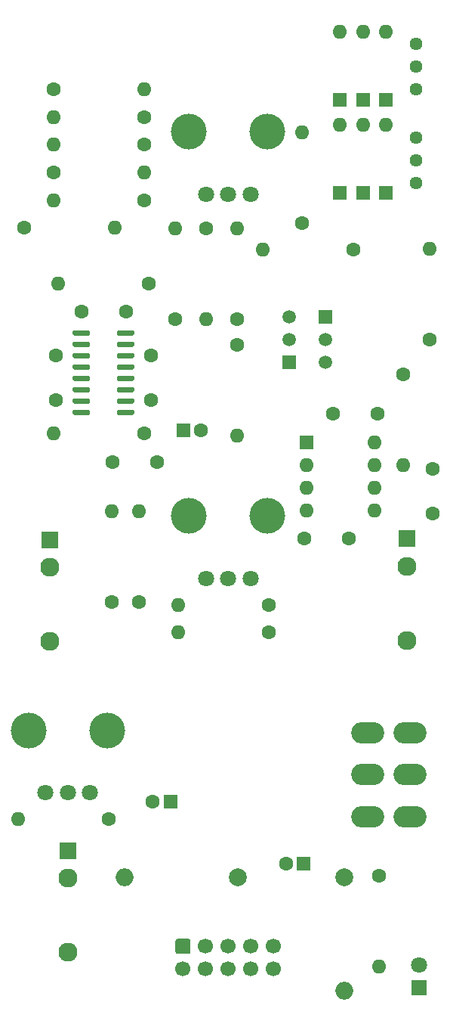
<source format=gbs>
G04 #@! TF.GenerationSoftware,KiCad,Pcbnew,7.0.11-7.0.11~ubuntu22.04.1*
G04 #@! TF.CreationDate,2024-10-19T21:35:02+01:00*
G04 #@! TF.ProjectId,MS20-VCF,4d533230-2d56-4434-962e-6b696361645f,rev?*
G04 #@! TF.SameCoordinates,Original*
G04 #@! TF.FileFunction,Soldermask,Bot*
G04 #@! TF.FilePolarity,Negative*
%FSLAX46Y46*%
G04 Gerber Fmt 4.6, Leading zero omitted, Abs format (unit mm)*
G04 Created by KiCad (PCBNEW 7.0.11-7.0.11~ubuntu22.04.1) date 2024-10-19 21:35:02*
%MOMM*%
%LPD*%
G01*
G04 APERTURE LIST*
%ADD10C,1.600000*%
%ADD11C,4.000000*%
%ADD12C,1.800000*%
%ADD13R,1.600000X1.600000*%
%ADD14O,1.600000X1.600000*%
%ADD15R,1.930000X1.830000*%
%ADD16C,2.130000*%
%ADD17R,1.500000X1.500000*%
%ADD18C,1.500000*%
%ADD19O,3.700000X2.400000*%
%ADD20R,1.800000X1.800000*%
%ADD21C,2.000000*%
%ADD22O,2.000000X2.000000*%
%ADD23C,1.700000*%
%ADD24C,1.440000*%
G04 APERTURE END LIST*
D10*
X82900000Y-86800000D03*
X82900000Y-91800000D03*
D11*
X46400000Y-116050000D03*
X37600000Y-116050000D03*
D12*
X44500000Y-123050000D03*
X42000000Y-123050000D03*
X39500000Y-123050000D03*
D11*
X55600000Y-49050000D03*
X64400000Y-49050000D03*
D12*
X62500000Y-56050000D03*
X60000000Y-56050000D03*
X57500000Y-56050000D03*
D13*
X77700000Y-45460000D03*
D14*
X77700000Y-37840000D03*
D13*
X77700000Y-55860000D03*
D14*
X77700000Y-48240000D03*
D13*
X75100000Y-45460000D03*
D14*
X75100000Y-37840000D03*
D13*
X75100000Y-55860000D03*
D14*
X75100000Y-48240000D03*
D13*
X72500000Y-45460000D03*
D14*
X72500000Y-37840000D03*
D13*
X72500000Y-55860000D03*
D14*
X72500000Y-48240000D03*
D15*
X42000000Y-129500000D03*
D16*
X42000000Y-140900000D03*
X42000000Y-132600000D03*
D15*
X40000000Y-94720000D03*
D16*
X40000000Y-106120000D03*
X40000000Y-97820000D03*
D15*
X80000000Y-94600000D03*
D16*
X80000000Y-106000000D03*
X80000000Y-97700000D03*
D17*
X66800000Y-74840000D03*
D18*
X66800000Y-72300000D03*
X66800000Y-69760000D03*
D17*
X70900000Y-69760000D03*
D18*
X70900000Y-72300000D03*
X70900000Y-74840000D03*
D10*
X57500000Y-59840000D03*
D14*
X57500000Y-70000000D03*
D10*
X50000000Y-101660000D03*
D14*
X50000000Y-91500000D03*
D10*
X50560000Y-82800000D03*
D14*
X40400000Y-82800000D03*
D10*
X54000000Y-70000000D03*
D14*
X54000000Y-59840000D03*
D10*
X61000000Y-70000000D03*
D14*
X61000000Y-59840000D03*
D10*
X73980000Y-62200000D03*
D14*
X63820000Y-62200000D03*
D10*
X51080000Y-66000000D03*
D14*
X40920000Y-66000000D03*
D10*
X50560000Y-50500000D03*
D14*
X40400000Y-50500000D03*
D10*
X50560000Y-56700000D03*
D14*
X40400000Y-56700000D03*
D10*
X46580000Y-126000000D03*
D14*
X36420000Y-126000000D03*
D10*
X68300000Y-59300000D03*
D14*
X68300000Y-49140000D03*
D10*
X40400000Y-53600000D03*
D14*
X50560000Y-53600000D03*
D10*
X50560000Y-47400000D03*
D14*
X40400000Y-47400000D03*
D10*
X40400000Y-44300000D03*
D14*
X50560000Y-44300000D03*
D10*
X82600000Y-72280000D03*
D14*
X82600000Y-62120000D03*
D10*
X64580000Y-105100000D03*
D14*
X54420000Y-105100000D03*
D10*
X64580000Y-102000000D03*
D14*
X54420000Y-102000000D03*
D11*
X64400000Y-92050000D03*
X55600000Y-92050000D03*
D12*
X62500000Y-99050000D03*
X60000000Y-99050000D03*
X57500000Y-99050000D03*
D19*
X75600000Y-116300000D03*
X75600000Y-121000000D03*
X75600000Y-125700000D03*
X80400000Y-116300000D03*
X80400000Y-121000000D03*
X80400000Y-125700000D03*
D10*
X79600000Y-76220000D03*
D14*
X79600000Y-86380000D03*
D13*
X68800000Y-83800000D03*
D14*
X68800000Y-86340000D03*
X68800000Y-88880000D03*
X68800000Y-91420000D03*
X76420000Y-91420000D03*
X76420000Y-88880000D03*
X76420000Y-86340000D03*
X76420000Y-83800000D03*
D10*
X43500000Y-69200000D03*
X48500000Y-69200000D03*
X46900000Y-101660000D03*
D14*
X46900000Y-91500000D03*
D10*
X37100000Y-59800000D03*
D14*
X47260000Y-59800000D03*
D10*
X61000000Y-72920000D03*
D14*
X61000000Y-83080000D03*
D10*
X76700000Y-80600000D03*
X71700000Y-80600000D03*
X73500000Y-94600000D03*
X68500000Y-94600000D03*
D13*
X68455112Y-131000000D03*
D10*
X66455112Y-131000000D03*
D13*
X53500000Y-124000000D03*
D10*
X51500000Y-124000000D03*
D13*
X54944888Y-82500000D03*
D10*
X56944888Y-82500000D03*
D20*
X81400000Y-144875000D03*
D12*
X81400000Y-142335000D03*
D21*
X61050000Y-132500000D03*
D22*
X48350000Y-132500000D03*
G36*
G01*
X54325000Y-139397500D02*
X55525000Y-139397500D01*
G75*
G02*
X55775000Y-139647500I0J-250000D01*
G01*
X55775000Y-140847500D01*
G75*
G02*
X55525000Y-141097500I-250000J0D01*
G01*
X54325000Y-141097500D01*
G75*
G02*
X54075000Y-140847500I0J250000D01*
G01*
X54075000Y-139647500D01*
G75*
G02*
X54325000Y-139397500I250000J0D01*
G01*
G37*
D23*
X54925000Y-142787500D03*
X57465000Y-140247500D03*
X57465000Y-142787500D03*
X60005000Y-140247500D03*
X60005000Y-142787500D03*
X62545000Y-140247500D03*
X62545000Y-142787500D03*
X65085000Y-140247500D03*
X65085000Y-142787500D03*
D24*
X81030000Y-44240000D03*
X81030000Y-41700000D03*
X81030000Y-39160000D03*
X81030000Y-54780000D03*
X81030000Y-52240000D03*
X81030000Y-49700000D03*
D10*
X76900000Y-132320000D03*
D14*
X76900000Y-142480000D03*
D21*
X73000000Y-132500000D03*
D22*
X73000000Y-145200000D03*
G36*
G01*
X42550000Y-80595000D02*
X42550000Y-80295000D01*
G75*
G02*
X42700000Y-80145000I150000J0D01*
G01*
X44350000Y-80145000D01*
G75*
G02*
X44500000Y-80295000I0J-150000D01*
G01*
X44500000Y-80595000D01*
G75*
G02*
X44350000Y-80745000I-150000J0D01*
G01*
X42700000Y-80745000D01*
G75*
G02*
X42550000Y-80595000I0J150000D01*
G01*
G37*
G36*
G01*
X42550000Y-79325000D02*
X42550000Y-79025000D01*
G75*
G02*
X42700000Y-78875000I150000J0D01*
G01*
X44350000Y-78875000D01*
G75*
G02*
X44500000Y-79025000I0J-150000D01*
G01*
X44500000Y-79325000D01*
G75*
G02*
X44350000Y-79475000I-150000J0D01*
G01*
X42700000Y-79475000D01*
G75*
G02*
X42550000Y-79325000I0J150000D01*
G01*
G37*
G36*
G01*
X42550000Y-78055000D02*
X42550000Y-77755000D01*
G75*
G02*
X42700000Y-77605000I150000J0D01*
G01*
X44350000Y-77605000D01*
G75*
G02*
X44500000Y-77755000I0J-150000D01*
G01*
X44500000Y-78055000D01*
G75*
G02*
X44350000Y-78205000I-150000J0D01*
G01*
X42700000Y-78205000D01*
G75*
G02*
X42550000Y-78055000I0J150000D01*
G01*
G37*
G36*
G01*
X42550000Y-76785000D02*
X42550000Y-76485000D01*
G75*
G02*
X42700000Y-76335000I150000J0D01*
G01*
X44350000Y-76335000D01*
G75*
G02*
X44500000Y-76485000I0J-150000D01*
G01*
X44500000Y-76785000D01*
G75*
G02*
X44350000Y-76935000I-150000J0D01*
G01*
X42700000Y-76935000D01*
G75*
G02*
X42550000Y-76785000I0J150000D01*
G01*
G37*
G36*
G01*
X42550000Y-75515000D02*
X42550000Y-75215000D01*
G75*
G02*
X42700000Y-75065000I150000J0D01*
G01*
X44350000Y-75065000D01*
G75*
G02*
X44500000Y-75215000I0J-150000D01*
G01*
X44500000Y-75515000D01*
G75*
G02*
X44350000Y-75665000I-150000J0D01*
G01*
X42700000Y-75665000D01*
G75*
G02*
X42550000Y-75515000I0J150000D01*
G01*
G37*
G36*
G01*
X42550000Y-74245000D02*
X42550000Y-73945000D01*
G75*
G02*
X42700000Y-73795000I150000J0D01*
G01*
X44350000Y-73795000D01*
G75*
G02*
X44500000Y-73945000I0J-150000D01*
G01*
X44500000Y-74245000D01*
G75*
G02*
X44350000Y-74395000I-150000J0D01*
G01*
X42700000Y-74395000D01*
G75*
G02*
X42550000Y-74245000I0J150000D01*
G01*
G37*
G36*
G01*
X42550000Y-72975000D02*
X42550000Y-72675000D01*
G75*
G02*
X42700000Y-72525000I150000J0D01*
G01*
X44350000Y-72525000D01*
G75*
G02*
X44500000Y-72675000I0J-150000D01*
G01*
X44500000Y-72975000D01*
G75*
G02*
X44350000Y-73125000I-150000J0D01*
G01*
X42700000Y-73125000D01*
G75*
G02*
X42550000Y-72975000I0J150000D01*
G01*
G37*
G36*
G01*
X42550000Y-71705000D02*
X42550000Y-71405000D01*
G75*
G02*
X42700000Y-71255000I150000J0D01*
G01*
X44350000Y-71255000D01*
G75*
G02*
X44500000Y-71405000I0J-150000D01*
G01*
X44500000Y-71705000D01*
G75*
G02*
X44350000Y-71855000I-150000J0D01*
G01*
X42700000Y-71855000D01*
G75*
G02*
X42550000Y-71705000I0J150000D01*
G01*
G37*
G36*
G01*
X47500000Y-71705000D02*
X47500000Y-71405000D01*
G75*
G02*
X47650000Y-71255000I150000J0D01*
G01*
X49300000Y-71255000D01*
G75*
G02*
X49450000Y-71405000I0J-150000D01*
G01*
X49450000Y-71705000D01*
G75*
G02*
X49300000Y-71855000I-150000J0D01*
G01*
X47650000Y-71855000D01*
G75*
G02*
X47500000Y-71705000I0J150000D01*
G01*
G37*
G36*
G01*
X47500000Y-72975000D02*
X47500000Y-72675000D01*
G75*
G02*
X47650000Y-72525000I150000J0D01*
G01*
X49300000Y-72525000D01*
G75*
G02*
X49450000Y-72675000I0J-150000D01*
G01*
X49450000Y-72975000D01*
G75*
G02*
X49300000Y-73125000I-150000J0D01*
G01*
X47650000Y-73125000D01*
G75*
G02*
X47500000Y-72975000I0J150000D01*
G01*
G37*
G36*
G01*
X47500000Y-74245000D02*
X47500000Y-73945000D01*
G75*
G02*
X47650000Y-73795000I150000J0D01*
G01*
X49300000Y-73795000D01*
G75*
G02*
X49450000Y-73945000I0J-150000D01*
G01*
X49450000Y-74245000D01*
G75*
G02*
X49300000Y-74395000I-150000J0D01*
G01*
X47650000Y-74395000D01*
G75*
G02*
X47500000Y-74245000I0J150000D01*
G01*
G37*
G36*
G01*
X47500000Y-75515000D02*
X47500000Y-75215000D01*
G75*
G02*
X47650000Y-75065000I150000J0D01*
G01*
X49300000Y-75065000D01*
G75*
G02*
X49450000Y-75215000I0J-150000D01*
G01*
X49450000Y-75515000D01*
G75*
G02*
X49300000Y-75665000I-150000J0D01*
G01*
X47650000Y-75665000D01*
G75*
G02*
X47500000Y-75515000I0J150000D01*
G01*
G37*
G36*
G01*
X47500000Y-76785000D02*
X47500000Y-76485000D01*
G75*
G02*
X47650000Y-76335000I150000J0D01*
G01*
X49300000Y-76335000D01*
G75*
G02*
X49450000Y-76485000I0J-150000D01*
G01*
X49450000Y-76785000D01*
G75*
G02*
X49300000Y-76935000I-150000J0D01*
G01*
X47650000Y-76935000D01*
G75*
G02*
X47500000Y-76785000I0J150000D01*
G01*
G37*
G36*
G01*
X47500000Y-78055000D02*
X47500000Y-77755000D01*
G75*
G02*
X47650000Y-77605000I150000J0D01*
G01*
X49300000Y-77605000D01*
G75*
G02*
X49450000Y-77755000I0J-150000D01*
G01*
X49450000Y-78055000D01*
G75*
G02*
X49300000Y-78205000I-150000J0D01*
G01*
X47650000Y-78205000D01*
G75*
G02*
X47500000Y-78055000I0J150000D01*
G01*
G37*
G36*
G01*
X47500000Y-79325000D02*
X47500000Y-79025000D01*
G75*
G02*
X47650000Y-78875000I150000J0D01*
G01*
X49300000Y-78875000D01*
G75*
G02*
X49450000Y-79025000I0J-150000D01*
G01*
X49450000Y-79325000D01*
G75*
G02*
X49300000Y-79475000I-150000J0D01*
G01*
X47650000Y-79475000D01*
G75*
G02*
X47500000Y-79325000I0J150000D01*
G01*
G37*
G36*
G01*
X47500000Y-80595000D02*
X47500000Y-80295000D01*
G75*
G02*
X47650000Y-80145000I150000J0D01*
G01*
X49300000Y-80145000D01*
G75*
G02*
X49450000Y-80295000I0J-150000D01*
G01*
X49450000Y-80595000D01*
G75*
G02*
X49300000Y-80745000I-150000J0D01*
G01*
X47650000Y-80745000D01*
G75*
G02*
X47500000Y-80595000I0J150000D01*
G01*
G37*
D10*
X47000000Y-86000000D03*
X52000000Y-86000000D03*
X51300000Y-74100000D03*
X51300000Y-79100000D03*
X40700000Y-79100000D03*
X40700000Y-74100000D03*
M02*

</source>
